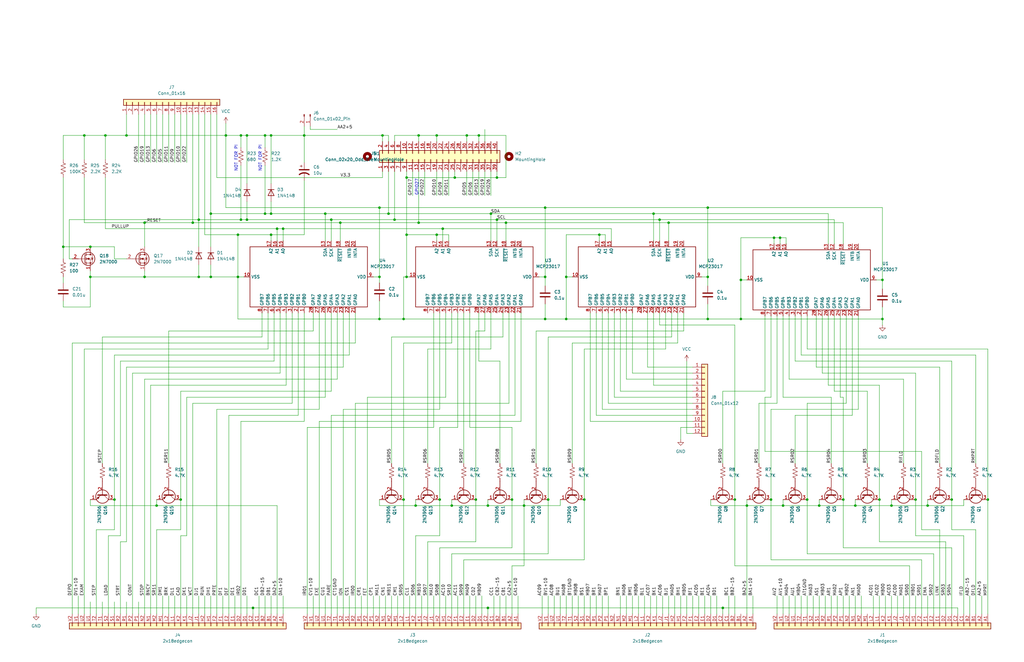
<source format=kicad_sch>
(kicad_sch (version 20230121) (generator eeschema)
  (paper "B")
  (junction (at 205.74 213.36))
  (junction (at 298.45 116.84))
  (junction (at 375.92 213.36))
  (junction (at 220.98 213.36))
  (junction (at 328.93 100.33))
  (junction (at 215.9 210.82))
  (junction (at 298.45 134.62))
  (junction (at 114.3 99.06))
  (junction (at 298.45 87.63))
  (junction (at 137.16 90.17))
  (junction (at 101.6 57.15))
  (junction (at 340.36 210.82))
  (junction (at 53.34 57.15))
  (junction (at 246.38 210.82))
  (junction (at 100.33 99.06))
  (junction (at 48.26 210.82))
  (junction (at 186.69 96.52))
  (junction (at 229.87 87.63))
  (junction (at 171.45 99.06))
  (junction (at 201.93 57.15))
  (junction (at 143.51 93.98))
  (junction (at 304.8 256.54))
  (junction (at 171.45 116.84))
  (junction (at 238.76 116.84))
  (junction (at 114.3 57.15))
  (junction (at 170.18 134.62))
  (junction (at 207.01 90.17))
  (junction (at 76.2 210.82))
  (junction (at 83.82 116.84))
  (junction (at 184.15 99.06))
  (junction (at 330.2 213.36))
  (junction (at 35.56 57.15))
  (junction (at 401.32 210.82))
  (junction (at 278.13 92.71))
  (junction (at 314.96 213.36))
  (junction (at 326.39 100.33))
  (junction (at 275.59 90.17))
  (junction (at 213.36 93.98))
  (junction (at 163.83 90.17))
  (junction (at 185.42 210.82))
  (junction (at 196.85 57.15))
  (junction (at 88.9 90.17))
  (junction (at 370.84 210.82))
  (junction (at 229.87 116.84))
  (junction (at 190.5 213.36))
  (junction (at 106.68 256.54))
  (junction (at 44.45 57.15))
  (junction (at 175.26 213.36))
  (junction (at 391.16 213.36))
  (junction (at 60.96 93.98))
  (junction (at 26.67 104.14))
  (junction (at 111.76 57.15))
  (junction (at 114.3 90.17))
  (junction (at 104.14 92.71))
  (junction (at 360.68 213.36))
  (junction (at 309.88 210.82))
  (junction (at 81.28 93.98))
  (junction (at 176.53 57.15))
  (junction (at 200.66 210.82))
  (junction (at 191.77 74.93))
  (junction (at 176.53 93.98))
  (junction (at 325.12 210.82))
  (junction (at 38.1 116.84))
  (junction (at 345.44 213.36))
  (junction (at 231.14 210.82))
  (junction (at 229.87 134.62))
  (junction (at 119.38 96.52))
  (junction (at 88.9 116.84))
  (junction (at 128.27 57.15))
  (junction (at 184.15 57.15))
  (junction (at 95.25 57.15))
  (junction (at 66.04 213.36))
  (junction (at 170.18 210.82))
  (junction (at 281.94 93.98))
  (junction (at 205.74 256.54))
  (junction (at 209.55 74.93))
  (junction (at 416.56 210.82))
  (junction (at 312.42 118.11))
  (junction (at 372.11 134.62))
  (junction (at 166.37 92.71))
  (junction (at 171.45 74.93))
  (junction (at 104.14 57.15))
  (junction (at 355.6 210.82))
  (junction (at 83.82 92.71))
  (junction (at 100.33 116.84))
  (junction (at 160.02 87.63))
  (junction (at 111.76 90.17))
  (junction (at 116.84 96.52))
  (junction (at 160.02 116.84))
  (junction (at 372.11 118.11))
  (junction (at 101.6 92.71))
  (junction (at 38.1 104.14))
  (junction (at 312.42 134.62))
  (junction (at 160.02 134.62))
  (junction (at 60.96 116.84))
  (junction (at 252.73 99.06))
  (junction (at 209.55 92.71))
  (junction (at 386.08 210.82))
  (junction (at 161.29 57.15))
  (junction (at 238.76 134.62))
  (junction (at 139.7 92.71))
  (wire (pts (xy 271.78 251.46) (xy 271.78 259.08)))
  (wire (pts (xy 48.26 109.22) (xy 48.26 104.14)))
  (wire (pts (xy 322.58 133.35) (xy 322.58 165.1)))
  (wire (pts (xy 154.94 167.64) (xy 154.94 259.08)))
  (wire (pts (xy 58.42 254) (xy 58.42 259.08)))
  (wire (pts (xy 326.39 100.33) (xy 326.39 102.87)))
  (wire (pts (xy 266.7 251.46) (xy 266.7 259.08)))
  (wire (pts (xy 289.56 152.4) (xy 289.56 182.88)))
  (wire (pts (xy 71.12 139.7) (xy 132.08 139.7)))
  (wire (pts (xy 86.36 99.06) (xy 100.33 99.06)))
  (wire (pts (xy 100.33 134.62) (xy 160.02 134.62)))
  (wire (pts (xy 116.84 213.36) (xy 116.84 259.08)))
  (wire (pts (xy 391.16 251.46) (xy 391.16 259.08)))
  (wire (pts (xy 411.48 223.52) (xy 401.32 223.52)))
  (wire (pts (xy 160.02 116.84) (xy 157.48 116.84)))
  (wire (pts (xy 171.45 99.06) (xy 171.45 116.84)))
  (wire (pts (xy 207.01 147.32) (xy 207.01 132.08)))
  (wire (pts (xy 114.3 251.46) (xy 114.3 259.08)))
  (wire (pts (xy 128.27 99.06) (xy 114.3 99.06)))
  (wire (pts (xy 132.08 251.46) (xy 132.08 259.08)))
  (wire (pts (xy 180.34 195.58) (xy 180.34 147.32)))
  (wire (pts (xy 229.87 128.27) (xy 229.87 134.62)))
  (wire (pts (xy 246.38 147.32) (xy 280.67 147.32)))
  (wire (pts (xy 312.42 118.11) (xy 314.96 118.11)))
  (wire (pts (xy 184.15 57.15) (xy 184.15 59.69)))
  (wire (pts (xy 129.54 180.34) (xy 129.54 259.08)))
  (wire (pts (xy 185.42 231.14) (xy 185.42 259.08)))
  (wire (pts (xy 236.22 251.46) (xy 236.22 259.08)))
  (wire (pts (xy 213.36 251.46) (xy 213.36 259.08)))
  (wire (pts (xy 372.11 87.63) (xy 298.45 87.63)))
  (wire (pts (xy 35.56 67.31) (xy 35.56 57.15)))
  (wire (pts (xy 320.04 170.18) (xy 320.04 195.58)))
  (wire (pts (xy 83.82 111.76) (xy 83.82 116.84)))
  (wire (pts (xy 184.15 57.15) (xy 176.53 57.15)))
  (wire (pts (xy 381 251.46) (xy 381 259.08)))
  (wire (pts (xy 120.65 162.56) (xy 120.65 132.08)))
  (wire (pts (xy 214.63 132.08) (xy 214.63 170.18)))
  (wire (pts (xy 66.04 210.82) (xy 66.04 213.36)))
  (wire (pts (xy 226.06 139.7) (xy 288.29 139.7)))
  (wire (pts (xy 201.93 57.15) (xy 213.36 57.15)))
  (wire (pts (xy 229.87 134.62) (xy 238.76 134.62)))
  (wire (pts (xy 204.47 72.39) (xy 204.47 82.55)))
  (wire (pts (xy 83.82 92.71) (xy 83.82 104.14)))
  (wire (pts (xy 355.6 93.98) (xy 281.94 93.98)))
  (wire (pts (xy 35.56 57.15) (xy 26.67 57.15)))
  (wire (pts (xy 287.02 180.34) (xy 287.02 185.42)))
  (wire (pts (xy 157.48 251.46) (xy 157.48 259.08)))
  (wire (pts (xy 370.84 162.56) (xy 370.84 210.82)))
  (wire (pts (xy 29.21 92.71) (xy 29.21 109.22)))
  (wire (pts (xy 363.22 251.46) (xy 363.22 259.08)))
  (wire (pts (xy 353.06 251.46) (xy 353.06 259.08)))
  (wire (pts (xy 114.3 85.09) (xy 114.3 90.17)))
  (wire (pts (xy 166.37 72.39) (xy 166.37 92.71)))
  (wire (pts (xy 144.78 154.94) (xy 144.78 132.08)))
  (wire (pts (xy 288.29 139.7) (xy 288.29 132.08)))
  (wire (pts (xy 246.38 210.82) (xy 246.38 147.32)))
  (wire (pts (xy 264.16 160.02) (xy 292.1 160.02)))
  (wire (pts (xy 360.68 213.36) (xy 345.44 213.36)))
  (wire (pts (xy 38.1 213.36) (xy 38.1 210.82)))
  (wire (pts (xy 350.52 167.64) (xy 330.2 167.64)))
  (wire (pts (xy 401.32 152.4) (xy 335.28 152.4)))
  (wire (pts (xy 171.45 116.84) (xy 170.18 116.84)))
  (wire (pts (xy 125.73 175.26) (xy 125.73 132.08)))
  (wire (pts (xy 266.7 132.08) (xy 266.7 157.48)))
  (wire (pts (xy 229.87 87.63) (xy 229.87 116.84)))
  (wire (pts (xy 330.2 210.82) (xy 330.2 213.36)))
  (wire (pts (xy 60.96 160.02) (xy 60.96 259.08)))
  (wire (pts (xy 104.14 92.71) (xy 139.7 92.71)))
  (wire (pts (xy 386.08 226.06) (xy 386.08 210.82)))
  (wire (pts (xy 266.7 157.48) (xy 292.1 157.48)))
  (wire (pts (xy 76.2 48.26) (xy 76.2 68.58)))
  (wire (pts (xy 95.25 52.07) (xy 95.25 57.15)))
  (wire (pts (xy 144.78 172.72) (xy 185.42 172.72)))
  (wire (pts (xy 337.82 149.86) (xy 411.48 149.86)))
  (wire (pts (xy 38.1 129.54) (xy 38.1 116.84)))
  (wire (pts (xy 340.36 170.18) (xy 340.36 210.82)))
  (wire (pts (xy 60.96 93.98) (xy 60.96 104.14)))
  (wire (pts (xy 337.82 149.86) (xy 337.82 133.35)))
  (wire (pts (xy 162.56 251.46) (xy 162.56 259.08)))
  (wire (pts (xy 231.14 210.82) (xy 231.14 142.24)))
  (wire (pts (xy 251.46 175.26) (xy 292.1 175.26)))
  (wire (pts (xy 231.14 142.24) (xy 283.21 142.24)))
  (wire (pts (xy 393.7 233.68) (xy 393.7 259.08)))
  (wire (pts (xy 33.02 251.46) (xy 33.02 259.08)))
  (wire (pts (xy 213.36 93.98) (xy 213.36 101.6)))
  (wire (pts (xy 347.98 251.46) (xy 347.98 259.08)))
  (wire (pts (xy 340.36 251.46) (xy 340.36 259.08)))
  (wire (pts (xy 375.92 251.46) (xy 375.92 259.08)))
  (wire (pts (xy 185.42 226.06) (xy 185.42 210.82)))
  (wire (pts (xy 134.62 177.8) (xy 219.71 177.8)))
  (wire (pts (xy 312.42 134.62) (xy 372.11 134.62)))
  (wire (pts (xy 416.56 147.32) (xy 340.36 147.32)))
  (wire (pts (xy 298.45 116.84) (xy 298.45 120.65)))
  (wire (pts (xy 355.6 102.87) (xy 355.6 93.98)))
  (wire (pts (xy 273.05 154.94) (xy 292.1 154.94)))
  (wire (pts (xy 254 132.08) (xy 254 172.72)))
  (wire (pts (xy 88.9 48.26) (xy 88.9 90.17)))
  (wire (pts (xy 231.14 251.46) (xy 231.14 259.08)))
  (wire (pts (xy 53.34 48.26) (xy 53.34 57.15)))
  (wire (pts (xy 116.84 96.52) (xy 119.38 96.52)))
  (wire (pts (xy 307.34 251.46) (xy 307.34 259.08)))
  (wire (pts (xy 190.5 210.82) (xy 190.5 213.36)))
  (wire (pts (xy 144.78 172.72) (xy 144.78 259.08)))
  (wire (pts (xy 203.2 251.46) (xy 203.2 259.08)))
  (wire (pts (xy 246.38 236.22) (xy 246.38 210.82)))
  (wire (pts (xy 35.56 74.93) (xy 35.56 93.98)))
  (wire (pts (xy 95.25 87.63) (xy 160.02 87.63)))
  (wire (pts (xy 278.13 137.16) (xy 309.88 137.16)))
  (wire (pts (xy 340.36 233.68) (xy 340.36 210.82)))
  (wire (pts (xy 176.53 93.98) (xy 213.36 93.98)))
  (wire (pts (xy 391.16 210.82) (xy 391.16 213.36)))
  (wire (pts (xy 259.08 167.64) (xy 292.1 167.64)))
  (wire (pts (xy 114.3 57.15) (xy 128.27 57.15)))
  (wire (pts (xy 210.82 251.46) (xy 210.82 259.08)))
  (wire (pts (xy 110.49 132.08) (xy 110.49 142.24)))
  (wire (pts (xy 269.24 251.46) (xy 269.24 259.08)))
  (wire (pts (xy 26.67 129.54) (xy 38.1 129.54)))
  (wire (pts (xy 196.85 72.39) (xy 196.85 82.55)))
  (wire (pts (xy 91.44 172.72) (xy 134.62 172.72)))
  (wire (pts (xy 170.18 210.82) (xy 170.18 144.78)))
  (wire (pts (xy 355.6 167.64) (xy 354.33 167.64)))
  (wire (pts (xy 201.93 152.4) (xy 201.93 132.08)))
  (wire (pts (xy 212.09 142.24) (xy 212.09 132.08)))
  (wire (pts (xy 388.62 190.5) (xy 322.58 190.5)))
  (wire (pts (xy 345.44 251.46) (xy 345.44 259.08)))
  (wire (pts (xy 359.41 133.35) (xy 359.41 175.26)))
  (wire (pts (xy 372.11 134.62) (xy 372.11 129.54)))
  (wire (pts (xy 166.37 92.71) (xy 139.7 92.71)))
  (wire (pts (xy 96.52 175.26) (xy 96.52 259.08)))
  (wire (pts (xy 298.45 87.63) (xy 298.45 116.84)))
  (wire (pts (xy 88.9 251.46) (xy 88.9 259.08)))
  (wire (pts (xy 40.64 223.52) (xy 48.26 223.52)))
  (wire (pts (xy 63.5 162.56) (xy 63.5 259.08)))
  (wire (pts (xy 81.28 93.98) (xy 143.51 93.98)))
  (wire (pts (xy 195.58 236.22) (xy 195.58 259.08)))
  (wire (pts (xy 344.17 154.94) (xy 344.17 133.35)))
  (wire (pts (xy 137.16 251.46) (xy 137.16 259.08)))
  (wire (pts (xy 373.38 251.46) (xy 373.38 259.08)))
  (wire (pts (xy 76.2 210.82) (xy 76.2 165.1)))
  (wire (pts (xy 335.28 152.4) (xy 335.28 133.35)))
  (wire (pts (xy 325.12 172.72) (xy 361.95 172.72)))
  (wire (pts (xy 332.74 251.46) (xy 332.74 259.08)))
  (wire (pts (xy 388.62 236.22) (xy 388.62 259.08)))
  (wire (pts (xy 76.2 226.06) (xy 78.74 226.06)))
  (wire (pts (xy 60.96 116.84) (xy 38.1 116.84)))
  (wire (pts (xy 171.45 72.39) (xy 171.45 74.93)))
  (wire (pts (xy 53.34 254) (xy 53.34 259.08)))
  (wire (pts (xy 78.74 226.06) (xy 78.74 167.64)))
  (wire (pts (xy 278.13 92.71) (xy 351.79 92.71)))
  (wire (pts (xy 130.81 53.34) (xy 130.81 54.61)))
  (wire (pts (xy 309.88 137.16) (xy 309.88 210.82)))
  (wire (pts (xy 330.2 167.64) (xy 330.2 133.35)))
  (wire (pts (xy 170.18 134.62) (xy 229.87 134.62)))
  (wire (pts (xy 304.8 165.1) (xy 304.8 195.58)))
  (wire (pts (xy 137.16 90.17) (xy 137.16 101.6)))
  (wire (pts (xy 15.24 259.08) (xy 15.24 256.54)))
  (wire (pts (xy 101.6 177.8) (xy 128.27 177.8)))
  (wire (pts (xy 35.56 57.15) (xy 44.45 57.15)))
  (wire (pts (xy 314.96 213.36) (xy 299.72 213.36)))
  (wire (pts (xy 100.33 116.84) (xy 100.33 134.62)))
  (wire (pts (xy 198.12 251.46) (xy 198.12 259.08)))
  (wire (pts (xy 185.42 210.82) (xy 185.42 180.34)))
  (wire (pts (xy 182.88 180.34) (xy 182.88 132.08)))
  (wire (pts (xy 349.25 162.56) (xy 349.25 133.35)))
  (wire (pts (xy 43.18 142.24) (xy 43.18 195.58)))
  (wire (pts (xy 189.23 101.6) (xy 189.23 99.06)))
  (wire (pts (xy 26.67 57.15) (xy 26.67 67.31)))
  (wire (pts (xy 209.55 74.93) (xy 213.36 74.93)))
  (wire (pts (xy 149.86 170.18) (xy 214.63 170.18)))
  (wire (pts (xy 219.71 177.8) (xy 219.71 132.08)))
  (wire (pts (xy 236.22 210.82) (xy 236.22 213.36)))
  (wire (pts (xy 408.94 251.46) (xy 408.94 259.08)))
  (wire (pts (xy 351.79 165.1) (xy 351.79 133.35)))
  (wire (pts (xy 200.66 139.7) (xy 204.47 139.7)))
  (wire (pts (xy 356.87 170.18) (xy 356.87 133.35)))
  (wire (pts (xy 298.45 128.27) (xy 298.45 134.62)))
  (wire (pts (xy 55.88 157.48) (xy 55.88 259.08)))
  (wire (pts (xy 199.39 72.39) (xy 199.39 82.55)))
  (wire (pts (xy 78.74 48.26) (xy 78.74 68.58)))
  (wire (pts (xy 104.14 57.15) (xy 104.14 77.47)))
  (wire (pts (xy 331.47 100.33) (xy 328.93 100.33)))
  (wire (pts (xy 50.8 152.4) (xy 115.57 152.4)))
  (wire (pts (xy 215.9 238.76) (xy 215.9 259.08)))
  (wire (pts (xy 213.36 74.93) (xy 213.36 57.15)))
  (wire (pts (xy 76.2 226.06) (xy 76.2 259.08)))
  (wire (pts (xy 152.4 251.46) (xy 152.4 259.08)))
  (wire (pts (xy 406.4 213.36) (xy 391.16 213.36)))
  (wire (pts (xy 355.6 251.46) (xy 355.6 259.08)))
  (wire (pts (xy 285.75 144.78) (xy 285.75 132.08)))
  (wire (pts (xy 350.52 167.64) (xy 350.52 195.58)))
  (wire (pts (xy 143.51 93.98) (xy 176.53 93.98)))
  (wire (pts (xy 220.98 213.36) (xy 205.74 213.36)))
  (wire (pts (xy 48.26 149.86) (xy 147.32 149.86)))
  (wire (pts (xy 284.48 251.46) (xy 284.48 259.08)))
  (wire (pts (xy 170.18 116.84) (xy 170.18 134.62)))
  (wire (pts (xy 171.45 74.93) (xy 171.45 99.06)))
  (wire (pts (xy 172.72 116.84) (xy 171.45 116.84)))
  (wire (pts (xy 189.23 72.39) (xy 189.23 82.55)))
  (wire (pts (xy 231.14 233.68) (xy 231.14 210.82)))
  (wire (pts (xy 398.78 228.6) (xy 370.84 228.6)))
  (wire (pts (xy 256.54 251.46) (xy 256.54 259.08)))
  (wire (pts (xy 205.74 210.82) (xy 205.74 213.36)))
  (wire (pts (xy 340.36 170.18) (xy 356.87 170.18)))
  (wire (pts (xy 60.96 160.02) (xy 142.24 160.02)))
  (wire (pts (xy 149.86 144.78) (xy 149.86 132.08)))
  (wire (pts (xy 100.33 99.06) (xy 100.33 116.84)))
  (wire (pts (xy 71.12 139.7) (xy 71.12 195.58)))
  (wire (pts (xy 251.46 132.08) (xy 251.46 175.26)))
  (wire (pts (xy 411.48 223.52) (xy 411.48 259.08)))
  (wire (pts (xy 101.6 57.15) (xy 101.6 62.23)))
  (wire (pts (xy 309.88 238.76) (xy 309.88 210.82)))
  (wire (pts (xy 360.68 210.82) (xy 360.68 213.36)))
  (wire (pts (xy 186.69 96.52) (xy 186.69 101.6)))
  (wire (pts (xy 161.29 57.15) (xy 161.29 59.69)))
  (wire (pts (xy 261.62 165.1) (xy 292.1 165.1)))
  (wire (pts (xy 386.08 157.48) (xy 346.71 157.48)))
  (wire (pts (xy 128.27 76.2) (xy 128.27 99.06)))
  (wire (pts (xy 83.82 92.71) (xy 101.6 92.71)))
  (wire (pts (xy 26.67 116.84) (xy 26.67 119.38)))
  (wire (pts (xy 298.45 116.84) (xy 295.91 116.84)))
  (wire (pts (xy 204.47 59.69) (xy 204.47 54.61)))
  (wire (pts (xy 63.5 162.56) (xy 120.65 162.56)))
  (wire (pts (xy 163.83 72.39) (xy 163.83 90.17)))
  (wire (pts (xy 44.45 96.52) (xy 116.84 96.52)))
  (wire (pts (xy 111.76 90.17) (xy 114.3 90.17)))
  (wire (pts (xy 142.24 160.02) (xy 142.24 132.08)))
  (wire (pts (xy 340.36 233.68) (xy 393.7 233.68)))
  (wire (pts (xy 38.1 116.84) (xy 38.1 114.3)))
  (wire (pts (xy 191.77 74.93) (xy 209.55 74.93)))
  (wire (pts (xy 370.84 162.56) (xy 349.25 162.56)))
  (wire (pts (xy 81.28 170.18) (xy 81.28 259.08)))
  (wire (pts (xy 128.27 57.15) (xy 161.29 57.15)))
  (wire (pts (xy 375.92 213.36) (xy 360.68 213.36)))
  (wire (pts (xy 180.34 228.6) (xy 180.34 259.08)))
  (wire (pts (xy 322.58 190.5) (xy 322.58 167.64)))
  (wire (pts (xy 220.98 210.82) (xy 220.98 213.36)))
  (wire (pts (xy 53.34 109.22) (xy 48.26 109.22)))
  (wire (pts (xy 358.14 251.46) (xy 358.14 259.08)))
  (wire (pts (xy 196.85 57.15) (xy 184.15 57.15)))
  (wire (pts (xy 88.9 90.17) (xy 88.9 104.14)))
  (wire (pts (xy 325.12 172.72) (xy 325.12 210.82)))
  (wire (pts (xy 256.54 170.18) (xy 292.1 170.18)))
  (wire (pts (xy 201.93 72.39) (xy 201.93 82.55)))
  (wire (pts (xy 401.32 152.4) (xy 401.32 210.82)))
  (wire (pts (xy 351.79 92.71) (xy 351.79 102.87)))
  (wire (pts (xy 279.4 251.46) (xy 279.4 259.08)))
  (wire (pts (xy 175.26 213.36) (xy 160.02 213.36)))
  (wire (pts (xy 320.04 170.18) (xy 327.66 170.18)))
  (wire (pts (xy 238.76 134.62) (xy 298.45 134.62)))
  (wire (pts (xy 335.28 251.46) (xy 335.28 259.08)))
  (wire (pts (xy 44.45 74.93) (xy 44.45 96.52)))
  (wire (pts (xy 414.02 251.46) (xy 414.02 259.08)))
  (wire (pts (xy 369.57 118.11) (xy 372.11 118.11)))
  (wire (pts (xy 83.82 92.71) (xy 29.21 92.71)))
  (wire (pts (xy 60.96 93.98) (xy 81.28 93.98)))
  (wire (pts (xy 123.19 170.18) (xy 123.19 132.08)))
  (wire (pts (xy 187.96 132.08) (xy 187.96 167.64)))
  (wire (pts (xy 171.45 74.93) (xy 191.77 74.93)))
  (wire (pts (xy 160.02 116.84) (xy 160.02 119.38)))
  (wire (pts (xy 128.27 57.15) (xy 128.27 68.58)))
  (wire (pts (xy 119.38 251.46) (xy 119.38 259.08)))
  (wire (pts (xy 281.94 251.46) (xy 281.94 259.08)))
  (wire (pts (xy 184.15 72.39) (xy 184.15 82.55)))
  (wire (pts (xy 163.83 59.69) (xy 163.83 57.15)))
  (wire (pts (xy 416.56 147.32) (xy 416.56 210.82)))
  (wire (pts (xy 111.76 57.15) (xy 111.76 62.23)))
  (wire (pts (xy 106.68 256.54) (xy 205.74 256.54)))
  (wire (pts (xy 176.53 57.15) (xy 176.53 59.69)))
  (wire (pts (xy 43.18 254) (xy 43.18 259.08)))
  (wire (pts (xy 205.74 213.36) (xy 190.5 213.36)))
  (wire (pts (xy 119.38 96.52) (xy 186.69 96.52)))
  (wire (pts (xy 345.44 210.82) (xy 345.44 213.36)))
  (wire (pts (xy 95.25 57.15) (xy 95.25 87.63)))
  (wire (pts (xy 243.84 251.46) (xy 243.84 259.08)))
  (wire (pts (xy 342.9 251.46) (xy 342.9 259.08)))
  (wire (pts (xy 139.7 175.26) (xy 217.17 175.26)))
  (wire (pts (xy 354.33 133.35) (xy 354.33 167.64)))
  (wire (pts (xy 66.04 213.36) (xy 38.1 213.36)))
  (wire (pts (xy 128.27 177.8) (xy 128.27 132.08)))
  (wire (pts (xy 388.62 236.22) (xy 325.12 236.22)))
  (wire (pts (xy 190.5 144.78) (xy 190.5 132.08)))
  (wire (pts (xy 38.1 104.14) (xy 48.26 104.14)))
  (wire (pts (xy 209.55 74.93) (xy 209.55 72.39)))
  (wire (pts (xy 129.54 180.34) (xy 182.88 180.34)))
  (wire (pts (xy 292.1 251.46) (xy 292.1 259.08)))
  (wire (pts (xy 252.73 99.06) (xy 252.73 101.6)))
  (wire (pts (xy 176.53 57.15) (xy 166.37 57.15)))
  (wire (pts (xy 137.16 167.64) (xy 137.16 132.08)))
  (wire (pts (xy 350.52 251.46) (xy 350.52 259.08)))
  (wire (pts (xy 254 251.46) (xy 254 259.08)))
  (wire (pts (xy 322.58 165.1) (xy 304.8 165.1)))
  (wire (pts (xy 299.72 251.46) (xy 299.72 259.08)))
  (wire (pts (xy 29.21 109.22) (xy 30.48 109.22)))
  (wire (pts (xy 186.69 72.39) (xy 186.69 82.55)))
  (wire (pts (xy 88.9 116.84) (xy 100.33 116.84)))
  (wire (pts (xy 45.72 226.06) (xy 50.8 226.06)))
  (wire (pts (xy 86.36 48.26) (xy 86.36 99.06)))
  (wire (pts (xy 207.01 90.17) (xy 207.01 101.6)))
  (wire (pts (xy 298.45 134.62) (xy 312.42 134.62)))
  (wire (pts (xy 184.15 99.06) (xy 184.15 101.6)))
  (wire (pts (xy 185.42 231.14) (xy 215.9 231.14)))
  (wire (pts (xy 175.26 226.06) (xy 175.26 259.08)))
  (wire (pts (xy 185.42 172.72) (xy 185.42 132.08)))
  (wire (pts (xy 370.84 251.46) (xy 370.84 259.08)))
  (wire (pts (xy 101.6 177.8) (xy 101.6 259.08)))
  (wire (pts (xy 48.26 149.86) (xy 48.26 210.82)))
  (wire (pts (xy 205.74 256.54) (xy 205.74 259.08)))
  (wire (pts (xy 416.56 210.82) (xy 416.56 259.08)))
  (wire (pts (xy 83.82 251.46) (xy 83.82 259.08)))
  (wire (pts (xy 299.72 210.82) (xy 299.72 213.36)))
  (wire (pts (xy 398.78 228.6) (xy 398.78 259.08)))
  (wire (pts (xy 275.59 132.08) (xy 275.59 162.56)))
  (wire (pts (xy 283.21 132.08) (xy 283.21 142.24)))
  (wire (pts (xy 327.66 133.35) (xy 327.66 170.18)))
  (wire (pts (xy 190.5 233.68) (xy 231.14 233.68)))
  (wire (pts (xy 176.53 72.39) (xy 176.53 93.98)))
  (wire (pts (xy 355.6 231.14) (xy 355.6 210.82)))
  (wire (pts (xy 78.74 251.46) (xy 78.74 259.08)))
  (wire (pts (xy 375.92 210.82) (xy 375.92 213.36)))
  (wire (pts (xy 73.66 251.46) (xy 73.66 259.08)))
  (wire (pts (xy 386.08 251.46) (xy 386.08 259.08)))
  (wire (pts (xy 368.3 251.46) (xy 368.3 259.08)))
  (wire (pts (xy 26.67 127) (xy 26.67 129.54)))
  (wire (pts (xy 111.76 57.15) (xy 114.3 57.15)))
  (wire (pts (xy 210.82 195.58) (xy 210.82 152.4)))
  (wire (pts (xy 406.4 210.82) (xy 406.4 213.36)))
  (wire (pts (xy 378.46 251.46) (xy 378.46 259.08)))
  (wire (pts (xy 71.12 48.26) (xy 71.12 68.58)))
  (wire (pts (xy 345.44 213.36) (xy 330.2 213.36)))
  (wire (pts (xy 53.34 57.15) (xy 95.25 57.15)))
  (wire (pts (xy 365.76 165.1) (xy 365.76 195.58)))
  (wire (pts (xy 35.56 147.32) (xy 113.03 147.32)))
  (wire (pts (xy 175.26 226.06) (xy 185.42 226.06)))
  (wire (pts (xy 73.66 48.26) (xy 73.66 68.58)))
  (wire (pts (xy 154.94 167.64) (xy 187.96 167.64)))
  (wire (pts (xy 78.74 167.64) (xy 137.16 167.64)))
  (wire (pts (xy 118.11 157.48) (xy 118.11 132.08)))
  (wire (pts (xy 213.36 93.98) (xy 281.94 93.98)))
  (wire (pts (xy 76.2 165.1) (xy 139.7 165.1)))
  (wire (pts (xy 304.8 256.54) (xy 304.8 259.08)))
  (wire (pts (xy 236.22 213.36) (xy 220.98 213.36)))
  (wire (pts (xy 386.08 157.48) (xy 386.08 210.82)))
  (wire (pts (xy 325.12 133.35) (xy 325.12 167.64)))
  (wire (pts (xy 119.38 96.52) (xy 119.38 101.6)))
  (wire (pts (xy 259.08 132.08) (xy 259.08 167.64)))
  (wire (pts (xy 229.87 87.63) (xy 298.45 87.63)))
  (wire (pts (xy 209.55 92.71) (xy 209.55 101.6)))
  (wire (pts (xy 346.71 157.48) (xy 346.71 133.35)))
  (wire (pts (xy 215.9 180.34) (xy 198.12 180.34)))
  (wire (pts (xy 104.14 251.46) (xy 104.14 259.08)))
  (wire (pts (xy 170.18 210.82) (xy 170.18 259.08)))
  (wire (pts (xy 229.87 116.84) (xy 229.87 120.65)))
  (wire (pts (xy 361.95 172.72) (xy 361.95 133.35)))
  (wire (pts (xy 60.96 114.3) (xy 60.96 116.84)))
  (wire (pts (xy 294.64 251.46) (xy 294.64 259.08)))
  (wire (pts (xy 314.96 213.36) (xy 314.96 259.08)))
  (wire (pts (xy 196.85 57.15) (xy 196.85 59.69)))
  (wire (pts (xy 238.76 99.06) (xy 252.73 99.06)))
  (wire (pts (xy 76.2 223.52) (xy 76.2 210.82)))
  (wire (pts (xy 86.36 251.46) (xy 86.36 259.08)))
  (wire (pts (xy 160.02 87.63) (xy 229.87 87.63)))
  (wire (pts (xy 139.7 165.1) (xy 139.7 132.08)))
  (wire (pts (xy 26.67 104.14) (xy 26.67 109.22)))
  (wire (pts (xy 81.28 170.18) (xy 123.19 170.18)))
  (wire (pts (xy 261.62 251.46) (xy 261.62 259.08)))
  (wire (pts (xy 396.24 223.52) (xy 388.62 223.52)))
  (wire (pts (xy 396.24 154.94) (xy 344.17 154.94)))
  (wire (pts (xy 171.45 99.06) (xy 184.15 99.06)))
  (wire (pts (xy 233.68 251.46) (xy 233.68 259.08)))
  (wire (pts (xy 238.76 251.46) (xy 238.76 259.08)))
  (wire (pts (xy 275.59 90.17) (xy 275.59 101.6)))
  (wire (pts (xy 66.04 223.52) (xy 76.2 223.52)))
  (wire (pts (xy 163.83 90.17) (xy 137.16 90.17)))
  (wire (pts (xy 48.26 254) (xy 48.26 259.08)))
  (wire (pts (xy 139.7 92.71) (xy 139.7 101.6)))
  (wire (pts (xy 104.14 85.09) (xy 104.14 92.71)))
  (wire (pts (xy 44.45 57.15) (xy 53.34 57.15)))
  (wire (pts (xy 177.8 251.46) (xy 177.8 259.08)))
  (wire (pts (xy 248.92 132.08) (xy 248.92 177.8)))
  (wire (pts (xy 289.56 182.88) (xy 292.1 182.88)))
  (wire (pts (xy 396.24 154.94) (xy 396.24 195.58)))
  (wire (pts (xy 190.5 233.68) (xy 190.5 259.08)))
  (wire (pts (xy 111.76 69.85) (xy 111.76 90.17)))
  (wire (pts (xy 355.6 167.64) (xy 355.6 210.82)))
  (wire (pts (xy 218.44 251.46) (xy 218.44 259.08)))
  (wire (pts (xy 114.3 57.15) (xy 114.3 77.47)))
  (wire (pts (xy 331.47 102.87) (xy 331.47 100.33)))
  (wire (pts (xy 280.67 132.08) (xy 280.67 147.32)))
  (wire (pts (xy 44.45 67.31) (xy 44.45 57.15)))
  (wire (pts (xy 50.8 226.06) (xy 50.8 152.4)))
  (wire (pts (xy 274.32 251.46) (xy 274.32 259.08)))
  (wire (pts (xy 257.81 96.52) (xy 257.81 101.6)))
  (wire (pts (xy 179.07 72.39) (xy 179.07 82.55)))
  (wire (pts (xy 114.3 101.6) (xy 114.3 99.06)))
  (wire (pts (xy 355.6 231.14) (xy 401.32 231.14)))
  (wire (pts (xy 396.24 223.52) (xy 396.24 259.08)))
  (wire (pts (xy 88.9 90.17) (xy 111.76 90.17)))
  (wire (pts (xy 166.37 57.15) (xy 166.37 59.69)))
  (wire (pts (xy 217.17 175.26) (xy 217.17 132.08)))
  (wire (pts (xy 58.42 48.26) (xy 58.42 68.58)))
  (wire (pts (xy 26.67 74.93) (xy 26.67 104.14)))
  (wire (pts (xy 134.62 177.8) (xy 134.62 259.08)))
  (wire (pts (xy 143.51 93.98) (xy 143.51 101.6)))
  (wire (pts (xy 264.16 160.02) (xy 264.16 132.08)))
  (wire (pts (xy 26.67 104.14) (xy 38.1 104.14)))
  (wire (pts (xy 238.76 116.84) (xy 238.76 134.62)))
  (wire (pts (xy 45.72 226.06) (xy 45.72 259.08)))
  (wire (pts (xy 391.16 213.36) (xy 375.92 213.36)))
  (wire (pts (xy 160.02 210.82) (xy 160.02 213.36)))
  (wire (pts (xy 114.3 90.17) (xy 137.16 90.17)))
  (wire (pts (xy 200.66 210.82) (xy 200.66 139.7)))
  (wire (pts (xy 101.6 69.85) (xy 101.6 92.71)))
  (wire (pts (xy 134.62 172.72) (xy 134.62 132.08)))
  (wire (pts (xy 180.34 147.32) (xy 207.01 147.32)))
  (wire (pts (xy 328.93 100.33) (xy 328.93 102.87)))
  (wire (pts (xy 175.26 210.82) (xy 175.26 213.36)))
  (wire (pts (xy 95.25 57.15) (xy 101.6 57.15)))
  (wire (pts (xy 110.49 142.24) (xy 43.18 142.24)))
  (wire (pts (xy 209.55 92.71) (xy 278.13 92.71)))
  (wire (pts (xy 205.74 256.54) (xy 304.8 256.54)))
  (wire (pts (xy 330.2 251.46) (xy 330.2 259.08)))
  (wire (pts (xy 201.93 57.15) (xy 196.85 57.15)))
  (wire (pts (xy 200.66 251.46) (xy 200.66 259.08)))
  (wire (pts (xy 30.48 144.78) (xy 149.86 144.78)))
  (wire (pts (xy 96.52 175.26) (xy 125.73 175.26)))
  (wire (pts (xy 102.87 116.84) (xy 100.33 116.84)))
  (wire (pts (xy 15.24 256.54) (xy 106.68 256.54)))
  (wire (pts (xy 187.96 251.46) (xy 187.96 259.08)))
  (wire (pts (xy 326.39 100.33) (xy 312.42 100.33)))
  (wire (pts (xy 207.01 72.39) (xy 207.01 82.55)))
  (wire (pts (xy 116.84 96.52) (xy 116.84 101.6)))
  (wire (pts (xy 337.82 251.46) (xy 337.82 259.08)))
  (wire (pts (xy 48.26 223.52) (xy 48.26 210.82)))
  (wire (pts (xy 335.28 175.26) (xy 359.41 175.26)))
  (wire (pts (xy 292.1 162.56) (xy 275.59 162.56)))
  (wire (pts (xy 251.46 251.46) (xy 251.46 259.08)))
  (wire (pts (xy 165.1 251.46) (xy 165.1 259.08)))
  (wire (pts (xy 381 160.02) (xy 332.74 160.02)))
  (wire (pts (xy 195.58 236.22) (xy 246.38 236.22)))
  (wire (pts (xy 147.32 251.46) (xy 147.32 259.08)))
  (wire (pts (xy 275.59 90.17) (xy 349.25 90.17)))
  (wire (pts (xy 165.1 195.58) (xy 165.1 142.24)))
  (wire (pts (xy 160.02 127) (xy 160.02 134.62)))
  (wire (pts (xy 309.88 251.46) (xy 309.88 259.08)))
  (wire (pts (xy 193.04 180.34) (xy 193.04 132.08)))
  (wire (pts (xy 88.9 111.76) (xy 88.9 116.84)))
  (wire (pts (xy 406.4 226.06) (xy 386.08 226.06)))
  (wire (pts (xy 115.57 152.4) (xy 115.57 132.08)))
  (wire (pts (xy 228.6 251.46) (xy 228.6 259.08)))
  (wire (pts (xy 198.12 180.34) (xy 198.12 132.08)))
  (wire (pts (xy 161.29 72.39) (xy 161.29 74.93)))
  (wire (pts (xy 317.5 251.46) (xy 317.5 259.08)))
  (wire (pts (xy 160.02 251.46) (xy 160.02 259.08)))
  (wire (pts (xy 111.76 251.46) (xy 111.76 259.08)))
  (wire (pts (xy 186.69 96.52) (xy 257.81 96.52)))
  (wire (pts (xy 60.96 48.26) (xy 60.96 68.58)))
  (wire (pts (xy 241.3 251.46) (xy 241.3 259.08)))
  (wire (pts (xy 210.82 152.4) (xy 201.93 152.4)))
  (wire (pts (xy 191.77 74.93) (xy 191.77 72.39)))
  (wire (pts (xy 292.1 180.34) (xy 287.02 180.34)))
  (wire (pts (xy 220.98 238.76) (xy 220.98 213.36)))
  (wire (pts (xy 215.9 231.14) (xy 215.9 210.82)))
  (wire (pts (xy 93.98 251.46) (xy 93.98 259.08)))
  (wire (pts (xy 289.56 251.46) (xy 289.56 259.08)))
  (wire (pts (xy 139.7 175.26) (xy 139.7 259.08)))
  (wire (pts (xy 180.34 228.6) (xy 200.66 228.6)))
  (wire (pts (xy 246.38 251.46) (xy 246.38 259.08)))
  (wire (pts (xy 130.81 54.61) (xy 142.24 54.61)))
  (wire (pts (xy 401.32 223.52) (xy 401.32 210.82)))
  (wire (pts (xy 381 160.02) (xy 381 195.58)))
  (wire (pts (xy 83.82 116.84) (xy 60.96 116.84)))
  (wire (pts (xy 83.82 116.84) (xy 88.9 116.84)))
  (wire (pts (xy 116.84 213.36) (xy 66.04 213.36)))
  (wire (pts (xy 238.76 116.84) (xy 238.76 99.06)))
  (wire (pts (xy 190.5 213.36) (xy 175.26 213.36)))
  (wire (pts (xy 53.34 228.6) (xy 53.34 154.94)))
  (wire (pts (xy 312.42 134.62) (xy 312.42 118.11)))
  (wire (pts (xy 401.32 231.14) (xy 401.32 259.08)))
  (wire (pts (xy 53.34 154.94) (xy 144.78 154.94)))
  (wire (pts (xy 30.48 144.78) (xy 30.48 259.08)))
  (wire (pts (xy 91.44 48.26) (xy 91.44 74.93)))
  (wire (pts (xy 370.84 228.6) (xy 370.84 210.82)))
  (wire (pts (xy 255.27 99.06) (xy 255.27 101.6)))
  (wire (pts (xy 104.14 57.15) (xy 111.76 57.15)))
  (wire (pts (xy 325.12 236.22) (xy 325.12 210.82)))
  (wire (pts (xy 383.54 238.76) (xy 383.54 259.08)))
  (wire (pts (xy 215.9 238.76) (xy 220.98 238.76)))
  (wire (pts (xy 166.37 92.71) (xy 209.55 92.71)))
  (wire (pts (xy 256.54 132.08) (xy 256.54 170.18)))
  (wire (pts (xy 63.5 48.26) (xy 63.5 68.58)))
  (wire (pts (xy 302.26 251.46) (xy 302.26 259.08)))
  (wire (pts (xy 160.02 134.62) (xy 170.18 134.62)))
  (wire (pts (xy 273.05 132.08) (xy 273.05 154.94)))
  (wire (pts (xy 71.12 251.46) (xy 71.12 259.08)))
  (wire (pts (xy 403.86 256.54) (xy 403.86 259.08)))
  (wire (pts (xy 281.94 93.98) (xy 281.94 101.6)))
  (wire (pts (xy 254 172.72) (xy 292.1 172.72)))
  (wire (pts (xy 406.4 226.06) (xy 406.4 259.08)))
  (wire (pts (xy 149.86 170.18) (xy 149.86 259.08)))
  (wire (pts (xy 195.58 132.08) (xy 195.58 195.58)))
  (wire (pts (xy 66.04 223.52) (xy 66.04 259.08)))
  (wire (pts (xy 372.11 118.11) (xy 372.11 121.92)))
  (wire (pts (xy 248.92 177.8) (xy 292.1 177.8)))
  (wire (pts (xy 50.8 228.6) (xy 50.8 259.08)))
  (wire (pts (xy 193.04 251.46) (xy 193.04 259.08)))
  (wire (pts (xy 142.24 251.46) (xy 142.24 259.08)))
  (wire (pts (xy 163.83 90.17) (xy 207.01 90.17)))
  (wire (pts (xy 335.28 175.26) (xy 335.28 195.58)))
  (wire (pts (xy 101.6 92.71) (xy 104.14 92.71)))
  (wire (pts (xy 132.08 139.7) (xy 132.08 132.08)))
  (wire (pts (xy 372.11 118.11) (xy 372.11 87.63)))
  (wire (pts (xy 66.04 48.26) (xy 66.04 68.58)))
  (wire (pts (xy 328.93 100.33) (xy 326.39 100.33)))
  (wire (pts (xy 248.92 251.46) (xy 248.92 259.08)))
  (wire (pts (xy 372.11 134.62) (xy 372.11 137.16)))
  (wire (pts (xy 325.12 167.64) (xy 322.58 167.64)))
  (wire (pts (xy 91.44 172.72) (xy 91.44 259.08)))
  (wire (pts (xy 55.88 157.48) (xy 118.11 157.48)))
  (wire (pts (xy 106.68 256.54) (xy 106.68 259.08)))
  (wire (pts (xy 100.33 99.06) (xy 114.3 99.06)))
  (wire (pts (xy 229.87 116.84) (xy 227.33 116.84)))
  (wire (pts (xy 204.47 139.7) (xy 204.47 132.08)))
  (wire (pts (xy 312.42 100.33) (xy 312.42 118.11)))
  (wire (pts (xy 201.93 57.15) (xy 201.93 59.69)))
  (wire (pts (xy 241.3 144.78) (xy 285.75 144.78)))
  (wire (pts (xy 170.18 144.78) (xy 190.5 144.78)))
  (wire (pts (xy 314.96 210.82) (xy 314.96 213.36)))
  (wire (pts (xy 128.27 53.34) (xy 128.27 57.15)))
  (wire (pts (xy 165.1 142.24) (xy 212.09 142.24)))
  (wire (pts (xy 99.06 251.46) (xy 99.06 259.08)))
  (wire (pts (xy 101.6 57.15) (xy 104.14 57.15)))
  (wire (pts (xy 83.82 48.26) (xy 83.82 92.71)))
  (wire (pts (xy 411.48 149.86) (xy 411.48 195.58)))
  (wire (pts (xy 278.13 92.71) (xy 278.13 101.6)))
  (wire (pts (xy 241.3 116.84) (xy 238.76 116.84)))
  (wire (pts (xy 147.32 149.86) (xy 147.32 132.08)))
  (wire (pts (xy 327.66 251.46) (xy 327.66 259.08)))
  (wire (pts (xy 50.8 228.6) (xy 53.34 228.6)))
  (wire (pts (xy 38.1 254) (xy 38.1 259.08)))
  (wire (pts (xy 184.15 99.06) (xy 189.23 99.06)))
  (wire (pts (xy 360.68 251.46) (xy 360.68 259.08)))
  (wire (pts (xy 261.62 165.1) (xy 261.62 132.08)))
  (wire (pts (xy 161.29 57.15) (xy 163.83 57.15)))
  (wire (pts (xy 208.28 251.46) (xy 208.28 259.08)))
  (wire (pts (xy 207.01 90.17) (xy 275.59 90.17)))
  (wire (pts (xy 160.02 87.63) (xy 160.02 116.84)))
  (wire (pts (xy 304.8 256.54) (xy 403.86 256.54)))
  (wire (pts (xy 91.44 74.93) (xy 161.29 74.93)))
  (wire (pts (xy 113.03 132.08) (xy 113.03 147.32)))
  (wire (pts (xy 264.16 251.46) (xy 264.16 259.08)))
  (wire (pts (xy 182.88 251.46) (xy 182.88 259.08)))
  (wire (pts (xy 35.56 147.32) (xy 35.56 259.08)))
  (wire (pts (xy 167.64 251.46) (xy 167.64 259.08)))
  (wire (pts (xy 349.25 90.17) (xy 349.25 102.87)))
  (wire (pts (xy 68.58 251.46) (xy 68.58 259.08)))
  (wire (pts (xy 287.02 251.46) (xy 287.02 259.08)))
  (wire (pts (xy 388.62 190.5) (xy 388.62 223.52)))
  (wire (pts (xy 173.99 72.39) (xy 173.99 82.55)))
  (wire (pts (xy 81.28 48.26) (xy 81.28 93.98)))
  (wire (pts (xy 330.2 213.36) (xy 314.96 213.36)))
  (wire (pts (xy 185.42 180.34) (xy 193.04 180.34)))
  (wire (pts (xy 241.3 195.58) (xy 241.3 144.78)))
  (wire (pts (xy 68.58 48.26) (xy 68.58 68.58)))
  (wire (pts (xy 226.06 195.58) (xy 226.06 139.7)))
  (wire (pts (xy 276.86 251.46) (xy 276.86 259.08)))
  (wire (pts (xy 252.73 99.06) (xy 255.27 99.06)))
  (wire (pts (xy 365.76 165.1) (xy 351.79 165.1)))
  (wire (pts (xy 278.13 137.16) (xy 278.13 132.08)))
  (wire (pts (xy 109.22 251.46) (xy 109.22 259.08)))
  (wire (pts (xy 340.36 147.32) (xy 340.36 133.35)))
  (wire (pts (xy 172.72 251.46) (xy 172.72 259.08)))
  (wire (pts (xy 297.18 251.46) (xy 297.18 259.08)))
  (wire (pts (xy 200.66 228.6) (xy 200.66 210.82)))
  (wire (pts (xy 40.64 223.52) (xy 40.64 259.08)))
  (wire (pts (xy 215.9 210.82) (xy 215.9 180.34)))
  (wire (pts (xy 383.54 238.76) (xy 309.88 238.76)))
  (wire (pts (xy 332.74 160.02) (xy 332.74 133.35)))
  (wire (pts (xy 35.56 93.98) (xy 60.96 93.98)))
  (text "GPIO27" (at 176.53 82.55 90) (effects (font (size 1.27 1.27)) (justify left bottom)))
  (text "NOT FOR PI" (at 110.49 72.39 90) (effects (font (size 1.27 1.27)) (justify left bottom)))
  (text "NOT FOR PI" (at 100.33 72.39 90) (effects (font (size 1.27 1.27)) (justify left bottom)))
  (label "EMA" (at 391.16 251.46 90))
  (label "MA10" (at 182.88 251.46 90))
  (label "MA08" (at 238.76 251.46 90))
  (label "DFLD" (at 411.48 251.46 90))
  (label "SR10" (at 190.5 251.46 90))
  (label "AC05" (at 294.64 251.46 90))
  (label "V3.3" (at 143.51 74.93 0))
  (label "DB1" (at 114.3 251.46 90))
  (label "DEF" (at 96.52 251.46 90))
  (label "GPIO10" (at 76.2 68.58 90))
  (label "STRT" (at 50.8 251.46 90))
  (label "DC1" (at 109.22 251.46 90))
  (label "AA2+5" (at 142.24 54.61 0))
  (label "GPIO5" (at 196.85 82.55 90))
  (label "SR09" (at 195.58 251.46 90))
  (label "AU1" (at 335.28 251.46 90))
  (label "GPIO5" (at 68.58 68.58 90))
  (label "AN1" (at 360.68 251.46 90))
  (label "RSTEP" (at 43.18 195.58 90))
  (label "MB11" (at 165.1 251.46 90))
  (label "MB05" (at 289.56 251.46 90))
  (label "ION" (at 144.78 251.46 90))
  (label "MA09" (at 198.12 251.46 90))
  (label "RSR11" (at 71.12 195.58 90))
  (label "CB2-15" (at 210.82 251.46 90))
  (label "AP1" (at 355.6 251.46 90))
  (label "MA11" (at 160.02 251.46 90))
  (label "CT1GND" (at 142.24 251.46 90))
  (label "BS1" (at 246.38 251.46 90))
  (label "AC09" (at 228.6 251.46 90))
  (label "PULLUP" (at 46.99 96.52 0))
  (label "CAD" (at 76.2 251.46 90))
  (label "CN1" (at 162.56 251.46 90))
  (label "DB2-15" (at 111.76 251.46 90))
  (label "AC08" (at 233.68 251.46 90))
  (label "AC10" (at 187.96 251.46 90))
  (label "AB2-15" (at 408.94 251.46 90))
  (label "BM1" (at 266.7 251.46 90))
  (label "GPIO22" (at 179.07 82.55 90))
  (label "MA03" (at 342.9 251.46 90))
  (label "BF1" (at 292.1 251.46 90))
  (label "MPRT" (at 416.56 251.46 90))
  (label "CS1" (at 147.32 251.46 90))
  (label "MB03" (at 347.98 251.46 90))
  (label "EXAM" (at 35.56 251.46 90))
  (label "MB07" (at 248.92 251.46 90))
  (label "BV1+10" (at 231.14 251.46 90))
  (label "SR01" (at 388.62 251.46 90))
  (label "GPIO10" (at 184.15 82.55 90))
  (label "MA01" (at 381 251.46 90))
  (label "GPIO19" (at 204.47 82.55 90))
  (label "PARE" (at 139.7 251.46 90))
  (label "RSR02" (at 335.28 195.58 90))
  (label "BC1" (at 307.34 251.46 90))
  (label "DM1" (at 68.58 251.46 90))
  (label "DV1+10" (at 33.02 251.46 90))
  (label "BJ1" (at 281.94 251.46 90))
  (label "STEP" (at 40.64 251.46 90))
  (label "IR02" (at 101.6 251.46 90))
  (label "BK1" (at 276.86 251.46 90))
  (label "MB01" (at 386.08 251.46 90))
  (label "MA00" (at 363.22 251.46 90))
  (label "MA06" (at 264.16 251.46 90))
  (label "SDA" (at 207.01 90.17 0))
  (label "CONT" (at 55.88 251.46 90))
  (label "MA04" (at 332.74 251.46 90))
  (label "GPIO13" (at 201.93 82.55 90))
  (label "LINK" (at 396.24 251.46 90))
  (label "AR1" (at 350.52 251.46 90))
  (label "RMPRT" (at 411.48 195.58 90))
  (label "RUN" (at 86.36 251.46 90))
  (label "CU1" (at 137.16 251.46 90))
  (label "BRK" (at 71.12 251.46 90))
  (label "IR01" (at 129.54 251.46 90))
  (label "LDAD" (at 45.72 251.46 90))
  (label "DK1" (at 78.74 251.46 90))
  (label "RDFLD" (at 396.24 195.58 90))
  (label "GPIO26" (at 58.42 68.58 90))
  (label "CC1" (at 208.28 251.46 90))
  (label "DF1" (at 93.98 251.46 90))
  (label "SR05" (at 170.18 251.46 90))
  (label "BA1+10" (at 317.5 251.46 90))
  (label "MB10" (at 177.8 251.46 90))
  (label "BN1" (at 261.62 251.46 90))
  (label "EXE" (at 134.62 251.46 90))
  (label "CA2+5" (at 215.9 251.46 90))
  (label "AC00" (at 378.46 251.46 90))
  (label "CR1" (at 152.4 251.46 90))
  (label "SR06" (at 175.26 251.46 90))
  (label "RSR01" (at 320.04 195.58 90))
  (label "GPIO11" (at 71.12 68.58 90))
  (label "AS1" (at 345.44 251.46 90))
  (label "GPIO6" (at 66.04 68.58 90))
  (label "RSR07" (at 195.58 195.58 90))
  (label "CB1" (at 213.36 251.46 90))
  (label "IFLD" (at 406.4 251.46 90))
  (label "CM1" (at 167.64 251.46 90))
  (label "RIFLD" (at 381 195.58 90))
  (label "BT1GND" (at 241.3 251.46 90))
  (label "GPIO17" (at 173.99 82.55 90))
  (label "GPIO13" (at 63.5 68.58 90))
  (label "MB04" (at 337.82 251.46 90))
  (label "CL1" (at 172.72 251.46 90))
  (label "GPIO11" (at 189.23 82.55 90))
  (label "AA2+5" (at 414.02 251.46 90))
  (label "DA1+10" (at 119.38 251.46 90))
  (label "SR11" (at 66.04 251.46 90))
  (label "_RESET" (at 60.96 93.98 0))
  (label "BD1" (at 302.26 251.46 90))
  (label "MA05" (at 284.48 251.46 90))
  (label "RSR03" (at 365.76 195.58 90))
  (label "SCL" (at 209.55 92.71 0))
  (label "AC04" (at 299.72 251.46 90))
  (label "BP1" (at 256.54 251.46 90))
  (label "CA1+10" (at 218.44 251.46 90))
  (label "MA07" (at 254 251.46 90))
  (label "AC11" (at 193.04 251.46 90))
  (label "DA2+5" (at 116.84 251.46 90))
  (label "MB02" (at 358.14 251.46 90))
  (label "SR08" (at 185.42 251.46 90))
  (label "SR02" (at 393.7 251.46 90))
  (label "STOP" (at 60.96 251.46 90))
  (label "SR04" (at 401.32 251.46 90))
  (label "GPIO6" (at 199.39 82.55 90))
  (label "BR1" (at 251.46 251.46 90))
  (label "SR00" (at 383.54 251.46 90))
  (label "AC01" (at 368.3 251.46 90))
  (label "CP1" (at 157.48 251.46 90))
  (label "DEPO" (at 30.48 251.46 90))
  (label "MB06" (at 269.24 251.46 90))
  (label "CV1+10" (at 132.08 251.46 90))
  (label "AV2" (at 327.66 251.46 90))
  (label "GPIO9" (at 186.69 82.55 90))
  (label "AC06" (at 279.4 251.46 90))
  (label "GPIO9" (at 73.66 68.58 90))
  (label "GPIO26" (at 207.01 82.55 90))
  (label "PRTE" (at 91.44 251.46 90))
  (label "RSR09" (at 241.3 195.58 90))
  (label "RSR10" (at 226.06 195.58 90))
  (label "AC02" (at 370.84 251.46 90))
  (label "GPIO19" (at 60.96 68.58 90))
  (label "DL1" (at 73.66 251.46 90))
  (label "BL1" (at 271.78 251.46 90))
  (label "BH1" (at 287.02 251.46 90))
  (label "BE1" (at 297.18 251.46 90))
  (label "MB09" (at 203.2 251.46 90))
  (label "DH1" (at 88.9 251.46 90))
  (label "FET" (at 154.94 251.46 90))
  (label "AC03" (at 375.92 251.46 90))
  (label "AC07" (at 274.32 251.46 90))
  (label "AV1+10" (at 330.2 251.46 90))
  (label "BU1" (at 236.22 251.46 90))
  (label "DE1" (at 99.06 251.46 90))
  (label "DD1" (at 104.14 251.46 90))
  (label "SR07" (at 180.34 251.46 90))
  (label "RSR04" (at 350.52 195.58 90))
  (label "DJ1" (at 83.82 251.46 90))
  (label "RSR05" (at 165.1 195.58 90))
  (label "RSR06" (at 180.34 195.58 90))
  (label "SR03" (at 398.78 251.46 90))
  (label "GPIO22" (at 78.74 68.58 90))
  (label "MB00" (at 373.38 251.46 90))
  (label "BNCY" (at 63.5 251.46 90))
  (label "AT1GND" (at 340.36 251.46 90))
  (label "BA2+5" (at 314.96 251.46 90))
  (label "IR00" (at 149.86 251.46 90))
  (label "BB2-15" (at 309.88 251.46 90))
  (label "WCT" (at 81.28 251.46 90))
  (label "RSR08" (at 210.82 195.58 90))
  (label "CD2" (at 200.66 251.46 90))
  (label "MB08" (at 243.84 251.46 90))
  (label "MA02" (at 353.06 251.46 90))
  (label "RSR00" (at 304.8 195.58 90))
  (symbol (lib_id "Device:Q_PNP_EBC") (at 350.52 208.28 270) (unit 1)
    (property "Reference" "Q5" (at 351.79 213.36 0) (effects (justify left)))
    (property "Value" "2N3906" (at 349.25 213.36 0) (effects (justify left)))
    (property "Footprint" "Package_TO_SOT_THT:TO-92_Inline_W4.0mm_Horizontal_FlatSideDown" (effects hide))
  )
  (symbol (lib_id "Device:R_US") (at 165.1 199.39 0) (unit 1)
    (property "Reference" "R14" (at 167.64 198.12 0) (effects (justify left)))
    (property "Value" "4.7K" (at 167.64 200.66 0) (effects (justify left)))
    (property "Footprint" "Resistor_THT:R_Axial_DIN0204_L3.6mm_D1.6mm_P5.08mm_Horizontal" (effects hide))
  )
  (symbol (lib_id "Device:R_US") (at 320.04 199.39 0) (unit 1)
    (property "Reference" "R7" (at 322.58 198.12 0) (effects (justify left)))
    (property "Value" "4.7K" (at 322.58 200.66 0) (effects (justify left)))
    (property "Footprint" "Resistor_THT:R_Axial_DIN0204_L3.6mm_D1.6mm_P5.08mm_Horizontal" (effects hide))
  )
  (symbol (lib_id "Device:R_US") (at 111.76 66.04 0) (unit 1)
    (property "Reference" "R22" (at 114.3 64.77 0) (effects (justify left)))
    (property "Value" "1.2K" (at 114.3 67.31 0) (effects (justify left)))
    (property "Footprint" "Resistor_THT:R_Axial_DIN0207_L6.3mm_D2.5mm_P10.16mm_Horizontal" (effects hide))
  )
  (symbol (lib_id "Mechanical:MountingHole") (at 154.94 66.04 0) (unit 1)
    (property "Reference" "H1" (at 157.48 64.77 0) (effects (justify left)))
    (property "Value" "MountingHole" (at 157.48 67.31 0) (effects (justify left)))
    (property "Footprint" "MountingHole:MountingHole_3mm" (effects hide))
  )
  (symbol (lib_id "Connector_Generic:Conn_01x16") (at 71.12 43.18 90) (unit 1)
    (property "Reference" "J7" (at 72.39 36.83 90))
    (property "Value" "Conn_01x16" (at 72.39 39.37 90))
    (property "Footprint" "Connector_PinHeader_2.54mm:PinHeader_1x16_P2.54mm_Horizontal" (effects hide))
  )
  (symbol (lib_id "Connector_Generic:Conn_02x20_Odd_Even") (at 184.15 67.31 90) (unit 1)
    (property "Reference" "J5" (at 158.75 64.77 90) (effects (justify left)))
    (property "Value" "Conn_02x20_Odd_Even" (at 158.75 67.31 90) (effects (justify left)))
    (property "Footprint" "Connector_PinHeader_2.54mm:PinHeader_2x20_P2.54mm_Vertical" (effects hide))
  )
  (symbol (lib_id "Device:R_US") (at 365.76 199.39 0) (unit 1)
    (property "Reference" "R4" (at 368.3 198.12 0) (effects (justify left)))
    (property "Value" "4.7K" (at 368.3 200.66 0) (effects (justify left)))
    (property "Footprint" "Resistor_THT:R_Axial_DIN0204_L3.6mm_D1.6mm_P5.08mm_Horizontal" (effects hide))
  )
  (symbol (lib_id "Device:Q_PNP_EBC") (at 195.58 208.28 270) (unit 1)
    (property "Reference" "Q12" (at 196.85 213.36 0) (effects (justify left)))
    (property "Value" "2N3906" (at 194.31 213.36 0) (effects (justify left)))
    (property "Footprint" "Package_TO_SOT_THT:TO-92_Inline_W4.0mm_Horizontal_FlatSideDown" (effects hide))
  )
  (symbol (lib_id "Device:R_US") (at 335.28 199.39 0) (unit 1)
    (property "Reference" "R6" (at 337.82 198.12 0) (effects (justify left)))
    (property "Value" "4.7K" (at 337.82 200.66 0) (effects (justify left)))
    (property "Footprint" "Resistor_THT:R_Axial_DIN0204_L3.6mm_D1.6mm_P5.08mm_Horizontal" (effects hide))
  )
  (symbol (lib_id "Transistor_FET:2N7000") (at 58.42 109.22 0) (unit 1)
    (property "Reference" "Q17" (at 64.77 107.95 0) (effects (justify left)))
    (property "Value" "2N7000" (at 64.77 110.49 0) (effects (justify left)))
    (property "Footprint" "Package_TO_SOT_THT:TO-92_Inline_W4.0mm_Horizontal_FlatSideDown" (effects hide))
    (property "Datasheet" "https://www.vishay.com/docs/70226/70226.pdf" (effects hide))
  )
  (symbol (lib_id "Device:R_US") (at 396.24 199.39 0) (unit 1)
    (property "Reference" "R2" (at 398.78 198.12 0) (effects (justify left)))
    (property "Value" "4.7K" (at 398.78 200.66 0) (effects (justify left)))
    (property "Footprint" "Resistor_THT:R_Axial_DIN0204_L3.6mm_D1.6mm_P5.08mm_Horizontal" (effects hide))
  )
  (symbol (lib_id "Diode:1N4148") (at 88.9 107.95 270) (unit 1)
    (property "Reference" "D1" (at 91.44 106.68 90) (effects (justify left)))
    (property "Value" "1N4148" (at 91.44 109.22 90) (effects (justify left)))
    (property "Footprint" "Diode_THT:D_DO-35_SOD27_P7.62mm_Horizontal" (effects hide))
    (property "Datasheet" "https://assets.nexperia.com/documents/data-sheet/1N4148_1N4448.pdf" (effects hide))
    (property "Sim.Device" "D" (effects hide))
    (property "Sim.Pins" "1=K 2=A" (effects hide))
  )
  (symbol (lib_id "mypipan8llib:2x18edgecon") (at 274.32 264.16 270) (unit 1)
    (property "Reference" "J2" (at 273.05 267.97 90))
    (property "Value" "2x18edgecon" (at 273.05 270.51 90))
    (property "Footprint" "mypipan8lfoots:backpins-B" (effects hide))
  )
  (symbol (lib_id "Device:R_US") (at 381 199.39 0) (unit 1)
    (property "Reference" "R3" (at 383.54 198.12 0) (effects (justify left)))
    (property "Value" "4.7K" (at 383.54 200.66 0) (effects (justify left)))
    (property "Footprint" "Resistor_THT:R_Axial_DIN0204_L3.6mm_D1.6mm_P5.08mm_Horizontal" (effects hide))
  )
  (symbol (lib_id "mypipan8llib:2x18edgecon") (at 76.2 264.16 270) (unit 1)
    (property "Reference" "J4" (at 74.93 267.97 90))
    (property "Value" "2x18edgecon" (at 74.93 270.51 90))
    (property "Footprint" "mypipan8lfoots:backpins-D" (effects hide))
  )
  (symbol (lib_id "Device:R_US") (at 210.82 199.39 0) (unit 1)
    (property "Reference" "R11" (at 213.36 198.12 0) (effects (justify left)))
    (property "Value" "4.7K" (at 213.36 200.66 0) (effects (justify left)))
    (property "Footprint" "Resistor_THT:R_Axial_DIN0204_L3.6mm_D1.6mm_P5.08mm_Horizontal" (effects hide))
  )
  (symbol (lib_id "Device:Q_PNP_EBC") (at 396.24 208.28 270) (unit 1)
    (property "Reference" "Q2" (at 397.51 213.36 0) (effects (justify left)))
    (property "Value" "2N3906" (at 394.97 213.36 0) (effects (justify left)))
    (property "Footprint" "Package_TO_SOT_THT:TO-92_Inline_W4.0mm_Horizontal_FlatSideDown" (effects hide))
  )
  (symbol (lib_id "Diode:1N4148") (at 114.3 81.28 270) (unit 1)
    (property "Reference" "D3" (at 116.84 80.01 90) (effects (justify left)))
    (property "Value" "1N4148" (at 116.84 82.55 90) (effects (justify left)))
    (property "Footprint" "Diode_THT:D_DO-35_SOD27_P7.62mm_Horizontal" (effects hide))
    (property "Datasheet" "https://assets.nexperia.com/documents/data-sheet/1N4148_1N4448.pdf" (effects hide))
    (property "Sim.Device" "D" (effects hide))
    (property "Sim.Pins" "1=K 2=A" (effects hide))
  )
  (symbol (lib_id "Device:R_US") (at 226.06 199.39 0) (unit 1)
    (property "Reference" "R10" (at 228.6 198.12 0) (effects (justify left)))
    (property "Value" "4.7K" (at 228.6 200.66 0) (effects (justify left)))
    (property "Footprint" "Resistor_THT:R_Axial_DIN0204_L3.6mm_D1.6mm_P5.08mm_Horizontal" (effects hide))
  )
  (symbol (lib_id "Device:R_US") (at 411.48 199.39 0) (unit 1)
    (property "Reference" "R1" (at 414.02 198.12 0) (effects (justify left)))
    (property "Value" "4.7K" (at 414.02 200.66 0) (effects (justify left)))
    (property "Footprint" "Resistor_THT:R_Axial_DIN0204_L3.6mm_D1.6mm_P5.08mm_Horizontal" (effects hide))
  )
  (symbol (lib_id "Device:Q_PNP_EBC") (at 210.82 208.28 270) (unit 1)
    (property "Reference" "Q11" (at 212.09 213.36 0) (effects (justify left)))
    (property "Value" "2N3906" (at 209.55 213.36 0) (effects (justify left)))
    (property "Footprint" "Package_TO_SOT_THT:TO-92_Inline_W4.0mm_Horizontal_FlatSideDown" (effects hide))
  )
  (symbol (lib_id "Device:R_US") (at 180.34 199.39 0) (unit 1)
    (property "Reference" "R13" (at 182.88 198.12 0) (effects (justify left)))
    (property "Value" "4.7K" (at 182.88 200.66 0) (effects (justify left)))
    (property "Footprint" "Resistor_THT:R_Axial_DIN0204_L3.6mm_D1.6mm_P5.08mm_Horizontal" (effects hide))
  )
  (symbol (lib_id "Device:R_US") (at 44.45 71.12 0) (unit 1)
    (property "Reference" "R24" (at 46.99 69.85 0) (effects (justify left)))
    (property "Value" "2.2K" (at 46.99 72.39 0) (effects (justify left)))
    (property "Footprint" "Resistor_THT:R_Axial_DIN0207_L6.3mm_D2.5mm_P10.16mm_Horizontal" (effects hide))
  )
  (symbol (lib_id "mypipan8llib:MCP23017") (at 260.35 116.84 270) (unit 1)
    (property "Reference" "U2" (at 299.72 109.9119 90))
    (property "Value" "MCP23017" (at 299.72 112.4519 90))
    (property "Footprint" "Package_DIP:DIP-28_W7.62mm_LongPads" (effects hide))
  )
  (symbol (lib_id "power:GND") (at 15.24 259.08 0) (unit 1)
    (property "Reference" "#PWR01" (effects hide))
    (property "Value" "GND" (at 15.24 264.16 0))
  )
  (symbol (lib_id "Device:C") (at 372.11 125.73 0) (unit 1)
    (property "Reference" "C5" (at 375.92 124.46 0) (effects (justify left)))
    (property "Value" "0.1u" (at 375.92 127 0) (effects (justify left)))
    (property "Footprint" "Capacitor_THT:C_Axial_L3.8mm_D2.6mm_P7.50mm_Horizontal" (effects hide))
  )
  (symbol (lib_id "Device:Q_PNP_EBC") (at 43.18 208.28 270) (unit 1)
    (property "Reference" "Q16" (at 44.45 213.36 0) (effects (justify left)))
    (property "Value" "2N3906" (at 41.91 213.36 0) (effects (justify left)))
    (property "Footprint" "Package_TO_SOT_THT:TO-92_Inline_W4.0mm_Horizontal_FlatSideDown" (effects hide))
  )
  (symbol (lib_id "Device:R_US") (at 43.18 199.39 0) (unit 1)
    (property "Reference" "R16" (at 45.72 198.12 0) (effects (justify left)))
    (property "Value" "4.7K" (at 45.72 200.66 0) (effects (justify left)))
    (property "Footprint" "Resistor_THT:R_Axial_DIN0204_L3.6mm_D1.6mm_P5.08mm_Horizontal" (effects hide))
  )
  (symbol (lib_id "Connector_Generic:Conn_01x12") (at 297.18 167.64 0) (unit 1)
    (property "Reference" "J8" (at 299.72 167.64 0) (effects (justify left)))
    (property "Value" "Conn_01x12" (at 299.72 170.18 0) (effects (justify left)))
    (property "Footprint" "Connector_PinHeader_2.54mm:PinHeader_1x12_P2.54mm_Horizontal" (effects hide))
  )
  (symbol (lib_id "Mechanical:MountingHole") (at 214.63 66.04 0) (unit 1)
    (property "Reference" "H2" (at 217.17 64.77 0) (effects (justify left)))
    (property "Value" "MountingHole" (at 217.17 67.31 0) (effects (justify left)))
    (property "Footprint" "MountingHole:MountingHole_3mm" (effects hide))
  )
  (symbol (lib_id "Transistor_FET:2N7000") (at 35.56 109.22 0) (unit 1)
    (property "Reference" "Q18" (at 41.91 107.95 0) (effects (justify left)))
    (property "Value" "2N7000" (at 41.91 110.49 0) (effects (justify left)))
    (property "Footprint" "Package_TO_SOT_THT:TO-92_Inline_W4.0mm_Horizontal_FlatSideDown" (effects hide))
    (property "Datasheet" "https://www.vishay.com/docs/70226/70226.pdf" (effects hide))
  )
  (symbol (lib_id "Device:R_US") (at 101.6 66.04 0) (unit 1)
    (property "Reference" "R23" (at 104.14 64.77 0) (effects (justify left)))
    (property "Value" "680" (at 104.14 67.31 0) (effects (justify left)))
    (property "Footprint" "Resistor_THT:R_Axial_DIN0207_L6.3mm_D2.5mm_P10.16mm_Horizontal" (effects hide))
  )
  (symbol (lib_id "power:VCC") (at 95.25 52.07 0) (unit 1)
    (property "Reference" "#PWR03" (effects hide))
    (property "Value" "VCC" (at 95.25 46.99 0))
  )
  (symbol (lib_id "Device:C") (at 229.87 124.46 0) (unit 1)
    (property "Reference" "C3" (at 233.68 123.19 0) (effects (justify left)))
    (property "Value" "0.1u" (at 233.68 125.73 0) (effects (justify left)))
    (property "Footprint" "Capacitor_THT:C_Axial_L3.8mm_D2.6mm_P7.50mm_Horizontal" (effects hide))
  )
  (symbol (lib_id "Device:C_Polarized_US") (at 128.27 72.39 0) (unit 1)
    (property "Reference" "C6" (at 132.08 70.485 0) (effects (justify left)))
    (property "Value" "10u" (at 132.08 73.025 0) (effects (justify left)))
    (property "Footprint" "Capacitor_THT:C_Disc_D5.0mm_W2.5mm_P5.00mm" (effects hide))
  )
  (symbol (lib_id "mypipan8llib:MCP23017") (at 121.92 116.84 270) (unit 1)
    (property "Reference" "U4" (at 161.29 109.9119 90))
    (property "Value" "MCP23017" (at 161.29 112.4519 90))
    (property "Footprint" "Package_DIP:DIP-28_W7.62mm_LongPads" (effects hide))
  )
  (symbol (lib_id "Diode:1N4148") (at 104.14 81.28 270) (unit 1)
    (property "Reference" "D4" (at 99.06 80.01 90) (effects (justify left)))
    (property "Value" "1N4148" (at 93.98 82.55 90) (effects (justify left)))
    (property "Footprint" "Diode_THT:D_DO-35_SOD27_P7.62mm_Horizontal" (effects hide))
    (property "Datasheet" "https://assets.nexperia.com/documents/data-sheet/1N4148_1N4448.pdf" (effects hide))
    (property "Sim.Device" "D" (effects hide))
    (property "Sim.Pins" "1=K 2=A" (effects hide))
  )
  (symbol (lib_id "Device:Q_PNP_EBC") (at 180.34 208.28 270) (unit 1)
    (property "Reference" "Q13" (at 181.61 213.36 0) (effects (justify left)))
    (property "Value" "2N3906" (at 179.07 213.36 0) (effects (justify left)))
    (property "Footprint" "Package_TO_SOT_THT:TO-92_Inline_W4.0mm_Horizontal_FlatSideDown" (effects hide))
  )
  (symbol (lib_id "power:GND") (at 287.02 185.42 0) (unit 1)
    (property "Reference" "#PWR05" (effects hide))
    (property "Value" "GND" (at 287.02 190.5 0))
  )
  (symbol (lib_id "Device:C") (at 26.67 123.19 0) (unit 1)
    (property "Reference" "C21" (at 30.48 121.92 0) (effects (justify left)))
    (property "Value" "0.01u" (at 30.48 124.46 0) (effects (justify left)))
    (property "Footprint" "Capacitor_THT:C_Axial_L3.8mm_D2.6mm_P7.50mm_Horizontal" (effects hide))
  )
  (symbol (lib_id "Device:R_US") (at 241.3 199.39 0) (unit 1)
    (property "Reference" "R9" (at 243.84 198.12 0) (effects (justify left)))
    (property "Value" "4.7K" (at 243.84 200.66 0) (effects (justify left)))
    (property "Footprint" "Resistor_THT:R_Axial_DIN0204_L3.6mm_D1.6mm_P5.08mm_Horizontal" (effects hide))
  )
  (symbol (lib_id "Device:Q_PNP_EBC") (at 381 208.28 270) (unit 1)
    (property "Reference" "Q3" (at 382.27 213.36 0) (effects (justify left)))
    (property "Value" "2N3906" (at 379.73 213.36 0) (effects (justify left)))
    (property "Footprint" "Package_TO_SOT_THT:TO-92_Inline_W4.0mm_Horizontal_FlatSideDown" (effects hide))
  )
  (symbol (lib_id "Device:Q_PNP_EBC") (at 241.3 208.28 270) (unit 1)
    (property "Reference" "Q9" (at 242.57 213.36 0) (effects (justify left)))
    (property "Value" "2N3906" (at 240.03 213.36 0) (effects (justify left)))
    (property "Footprint" "Package_TO_SOT_THT:TO-92_Inline_W4.0mm_Horizontal_FlatSideDown" (effects hide))
  )
  (symbol (lib_id "Device:R_US") (at 26.67 113.03 0) (unit 1)
    (property "Reference" "R27" (at 29.21 111.76 0) (effects (justify left)))
    (property "Value" "100" (at 29.21 114.3 0) (effects (justify left)))
    (property "Footprint" "Resistor_THT:R_Axial_DIN0207_L6.3mm_D2.5mm_P10.16mm_Horizontal" (effects hide))
  )
  (symbol (lib_id "Device:R_US") (at 71.12 199.39 0) (unit 1)
    (property "Reference" "R15" (at 73.66 198.12 0) (effects (justify left)))
    (property "Value" "4.7K" (at 73.66 200.66 0) (effects (justify left)))
    (property "Footprint" "Resistor_THT:R_Axial_DIN0204_L3.6mm_D1.6mm_P5.08mm_Horizontal" (effects hide))
  )
  (symbol (lib_id "mypipan8llib:2x18edgecon") (at 373.38 264.16 270) (unit 1)
    (property "Reference" "J1" (at 372.11 267.97 90))
    (property "Value" "2x18edgecon" (at 372.11 270.51 90))
    (property "Footprint" "mypipan8lfoots:backpins-A" (effects hide))
  )
  (symbol (lib_id "Device:R_US") (at 26.67 71.12 0) (unit 1)
    (property "Reference" "R26" (at 29.21 69.85 0) (effects (justify left)))
    (property "Value" "100K" (at 29.21 72.39 0) (effects (justify left)))
    (property "Footprint" "Resistor_THT:R_Axial_DIN0207_L6.3mm_D2.5mm_P10.16mm_Horizontal" (effects hide))
  )
  (symbol (lib_id "Connector:Conn_01x02_Pin") (at 130.81 48.26 270) (unit 1)
    (property "Reference" "J6" (at 132.08 47.625 90) (effects (justify left)))
    (property "Value" "Conn_01x02_Pin" (at 132.08 50.165 90) (effects (justify left)))
    (property "Footprint" "Connector_PinHeader_2.54mm:PinHeader_1x02_P2.54mm_Vertical" (effects hide))
  )
  (symbol (lib_id "Device:R_US") (at 350.52 199.39 0) (unit 1)
    (property "Reference" "R5" (at 353.06 198.12 0) (effects (justify left)))
    (property "Value" "4.7K" (at 353.06 200.66 0) (effects (justify left)))
    (property "Footprint" "Resistor_THT:R_Axial_DIN0204_L3.6mm_D1.6mm_P5.08mm_Horizontal" (effects hide))
  )
  (symbol (lib_id "Device:Q_PNP_EBC") (at 71.12 208.28 270) (unit 1)
    (property "Reference" "Q15" (at 72.39 213.36 0) (effects (justify left)))
    (property "Value" "2N3906" (at 69.85 213.36 0) (effects (justify left)))
    (property "Footprint" "Package_TO_SOT_THT:TO-92_Inline_W4.0mm_Horizontal_FlatSideDown" (effects hide))
  )
  (symbol (lib_id "mypipan8llib:MCP23017") (at 334.01 118.11 270) (unit 1)
    (property "Reference" "U1" (at 373.38 111.1819 90))
    (property "Value" "MCP23017" (at 373.38 113.7219 90))
    (property "Footprint" "Package_DIP:DIP-28_W7.62mm_LongPads" (effects hide))
  )
  (symbol (lib_id "Device:Q_PNP_EBC") (at 335.28 208.28 270) (unit 1)
    (property "Reference" "Q6" (at 336.55 213.36 0) (effects (justify left)))
    (property "Value" "2N3906" (at 334.01 213.36 0) (effects (justify left)))
    (property "Footprint" "Package_TO_SOT_THT:TO-92_Inline_W4.0mm_Horizontal_FlatSideDown" (effects hide))
  )
  (symbol (lib_id "Device:Q_PNP_EBC") (at 304.8 208.28 270) (unit 1)
    (property "Reference" "Q8" (at 306.07 213.36 0) (effects (justify left)))
    (property "Value" "2N3906" (at 303.53 213.36 0) (effects (justify left)))
    (property "Footprint" "Package_TO_SOT_THT:TO-92_Inline_W4.0mm_Horizontal_FlatSideDown" (effects hide))
  )
  (symbol (lib_id "Device:Q_PNP_EBC") (at 365.76 208.28 270) (unit 1)
    (property "Reference" "Q4" (at 367.03 213.36 0) (effects (justify left)))
    (property "Value" "2N3906" (at 364.49 213.36 0) (effects (justify left)))
    (property "Footprint" "Package_TO_SOT_THT:TO-92_Inline_W4.0mm_Horizontal_FlatSideDown" (effects hide))
  )
  (symbol (lib_id "Device:Q_PNP_EBC") (at 165.1 208.28 270) (unit 1)
    (property "Reference" "Q14" (at 166.37 213.36 0) (effects (justify left)))
    (property "Value" "2N3906" (at 163.83 213.36 0) (effects (justify left)))
    (property "Footprint" "Package_TO_SOT_THT:TO-92_Inline_W4.0mm_Horizontal_FlatSideDown" (effects hide))
  )
  (symbol (lib_id "Device:C") (at 160.02 123.19 0) (unit 1)
    (property "Reference" "C2" (at 163.83 121.92 0) (effects (justify left)))
    (property "Value" "0.1u" (at 163.83 124.46 0) (effects (justify left)))
    (property "Footprint" "Capacitor_THT:C_Axial_L3.8mm_D2.6mm_P7.50mm_Horizontal" (effects hide))
  )
  (symbol (lib_id "mypipan8llib:2x18edgecon") (at 175.26 264.16 270) (unit 1)
    (property "Reference" "J3" (at 173.99 267.97 90))
    (property "Value" "2x18edgecon" (at 173.99 270.51 90))
    (property "Footprint" "mypipan8lfoots:backpins-C" (effects hide))
  )
  (symbol (lib_id "Device:C") (at 298.45 124.46 0) (unit 1)
    (property "Reference" "C4" (at 302.26 123.19 0) (effects (justify left)))
    (property "Value" "0.1u" (at 302.26 125.73 0) (effects (justify left)))
    (property "Footprint" "Capacitor_THT:C_Axial_L3.8mm_D2.6mm_P7.50mm_Horizontal" (effects hide))
  )
  (symbol (lib_id "Device:R_US") (at 195.58 199.39 0) (unit 1)
    (property "Reference" "R12" (at 198.12 198.12 0) (effects (justify left)))
    (property "Value" "4.7K" (at 198.12 200.66 0) (effects (justify left)))
    (property "Footprint" "Resistor_THT:R_Axial_DIN0204_L3.6mm_D1.6mm_P5.08mm_Horizontal" (effects hide))
  )
  (symbol (lib_id "Device:Q_PNP_EBC") (at 320.04 208.28 270) (unit 1)
    (property "Reference" "Q7" (at 321.31 213.36 0) (effects (justify left)))
    (property "Value" "2N3906" (at 318.77 213.36 0) (effects (justify left)))
    (property "Footprint" "Package_TO_SOT_THT:TO-92_Inline_W4.0mm_Horizontal_FlatSideDown" (effects hide))
  )
  (symbol (lib_id "Device:Q_PNP_EBC") (at 411.48 208.28 270) (unit 1)
    (property "Reference" "Q1" (at 412.75 213.36 0) (effects (justify left)))
    (property "Value" "2N3906" (at 410.21 213.36 0) (effects (justify left)))
    (property "Footprint" "Package_TO_SOT_THT:TO-92_Inline_W4.0mm_Horizontal_FlatSideDown" (effects hide))
  )
  (symbol (lib_id "mypipan8llib:MCP23017") (at 191.77 116.84 270) (unit 1)
    (property "Reference" "U3" (at 231.14 109.9119 90))
    (property "Value" "MCP23017" (at 231.14 112.4519 90))
    (property "Footprint" "Package_DIP:DIP-28_W7.62mm_LongPads" (effects hide))
  )
  (symbol (lib_id "power:GND") (at 372.11 137.16 0) (unit 1)
    (property "Reference" "#PWR02" (effects hide))
    (property "Value" "GND" (at 372.11 142.24 0))
  )
  (symbol (lib_id "Device:Q_PNP_EBC") (at 226.06 208.28 270) (unit 1)
    (property "Reference" "Q10" (at 227.33 213.36 0) (effects (justify left)))
    (property "Value" "2N3906" (at 224.79 213.36 0) (effects (justify left)))
    (property "Footprint" "Package_TO_SOT_THT:TO-92_Inline_W4.0mm_Horizontal_FlatSideDown" (effects hide))
  )
  (symbol (lib_id "Device:R_US") (at 35.56 71.12 0) (unit 1)
    (property "Reference" "R25" (at 38.1 69.85 0) (effects (justify left)))
    (property "Value" "2.2K" (at 38.1 72.39 0) (effects (justify left)))
    (property "Footprint" "Resistor_THT:R_Axial_DIN0207_L6.3mm_D2.5mm_P10.16mm_Horizontal" (effects hide))
  )
  (symbol (lib_id "power:VCC") (at 289.56 152.4 0) (unit 1)
    (property "Reference" "#PWR04" (effects hide))
    (property "Value" "VCC" (at 289.56 147.32 0))
  )
  (symbol (lib_id "Diode:1N4148") (at 83.82 107.95 270) (unit 1)
    (property "Reference" "D2" (at 78.74 106.68 90) (effects (justify left)))
    (property "Value" "1N4148" (at 73.66 109.22 90) (effects (justify left)))
    (property "Footprint" "Diode_THT:D_DO-35_SOD27_P7.62mm_Horizontal" (effects hide))
    (property "Datasheet" "https://assets.nexperia.com/documents/data-sheet/1N4148_1N4448.pdf" (effects hide))
    (property "Sim.Device" "D" (effects hide))
    (property "Sim.Pins" "1=K 2=A" (effects hide))
  )
  (symbol (lib_id "Device:R_US") (at 304.8 199.39 0) (unit 1)
    (property "Reference" "R8" (at 307.34 198.12 0) (effects (justify left)))
    (property "Value" "4.7K" (at 307.34 200.66 0) (effects (justify left)))
    (property "Footprint" "Resistor_THT:R_Axial_DIN0204_L3.6mm_D1.6mm_P5.08mm_Horizontal" (effects hide))
  )
)
</source>
